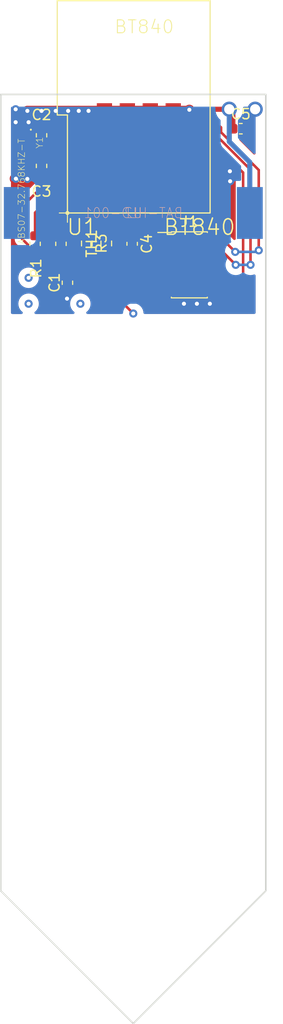
<source format=kicad_pcb>
(kicad_pcb (version 20221018) (generator pcbnew)
  (layers (0 "F.Cu" signal) (1 "In1.Cu" signal) (2 "In2.Cu" signal) (31 "B.Cu" signal) (34 "B.Paste" user) (35 "F.Paste" user) (36 "B.SilkS" user "B.Silkscreen") (37 "F.SilkS" user "F.Silkscreen") (38 "B.Mask" user) (39 "F.Mask" user) (44 "Edge.Cuts" user))
  (net 0 "")
  (net 6 "/NTC")
  (net 55 "GND")
  (net 56 "/SWDIO")
  (net 57 "/SWDCLK")
  (net 58 "/nRST")
  (net 59 "VDD")
  (net 60 "+BATT")
  (net 61 "/CAP_CHARGE")
  (net 62 "/SOIL_READ")
  (net 63 "/CAP_DISCHARGE")
  (net 64 "/XL1")
  (net 65 "/XL2")
  (footprint "Connector_PinHeader_1.27mm:PinHeader_2x05_P1.27mm_Vertical_SMD" (layer "F.Cu") (at 141.5 59.69)
    (fp_text reference "J1" (at 0 -4.235) (layer "F.SilkS"))
    (fp_text value "Conn_ARM_JTAG_SWD_10")
    (fp_line (start -3.09 -3.17) (end -1.765 -3.17) (stroke (width 0.12)) (layer "F.SilkS"))
    (fp_line (start -1.765 -3.235) (end -1.765 -3.17) (stroke (width 0.12)) (layer "F.SilkS"))
    (fp_line (start -1.765 -3.235) (end 1.765 -3.235) (stroke (width 0.12)) (layer "F.SilkS"))
    (fp_line (start -1.765 3.17) (end -1.765 3.235) (stroke (width 0.12)) (layer "F.SilkS"))
    (fp_line (start -1.765 3.235) (end 1.765 3.235) (stroke (width 0.12)) (layer "F.SilkS"))
    (fp_line (start 1.765 -3.235) (end 1.765 -3.17) (stroke (width 0.12)) (layer "F.SilkS"))
    (fp_line (start 1.765 3.17) (end 1.765 3.235) (stroke (width 0.12)) (layer "F.SilkS"))
    (pad "1" smd rect (at -1.95 -2.54) (size 2.4 0.74) (layers "F.Cu" "F.Paste" "F.Mask") (net 59 "VDD"))
    (pad "2" smd rect (at 1.95 -2.54) (size 2.4 0.74) (layers "F.Cu" "F.Paste" "F.Mask") (net 56 "/SWDIO"))
    (pad "3" smd rect (at -1.95 -1.27) (size 2.4 0.74) (layers "F.Cu" "F.Paste" "F.Mask") (net 55 "GND"))
    (pad "4" smd rect (at 1.95 -1.27) (size 2.4 0.74) (layers "F.Cu" "F.Paste" "F.Mask") (net 57 "/SWDCLK"))
    (pad "5" smd rect (at -1.95 0) (size 2.4 0.74) (layers "F.Cu" "F.Paste" "F.Mask") (net 55 "GND"))
    (pad "6" smd rect (at 1.95 0) (size 2.4 0.74) (layers "F.Cu" "F.Paste" "F.Mask"))
    (pad "7" smd rect (at -1.95 1.27) (size 2.4 0.74) (layers "F.Cu" "F.Paste" "F.Mask"))
    (pad "8" smd rect (at 1.95 1.27) (size 2.4 0.74) (layers "F.Cu" "F.Paste" "F.Mask"))
    (pad "9" smd rect (at -1.95 2.54) (size 2.4 0.74) (layers "F.Cu" "F.Paste" "F.Mask"))
    (pad "10" smd rect (at 1.95 2.54) (size 2.4 0.74) (layers "F.Cu" "F.Paste" "F.Mask") (net 58 "/nRST"))
  )
  (footprint "Fanstel_modules:BT840-BT840" (layer "F.Cu") (at 129.54 54.61)
    (fp_text reference "U1" (at 1.46 1.39) (layer "F.SilkS") (effects (font (size 1.524 1.524))))
    (fp_text value "BT840" (at 12.96 1.39) (layer "F.SilkS") (effects (font (size 1.524 1.524))))
    (fp_text user "BT840" (at 7.53364 -18.23466) (layer "F.SilkS") (effects (font (size 1.27 1.27) (thickness 0.1016))))
    (fp_line (start -0.99822 -20.79752) (end 13.99794 -20.79752) (stroke (width 0.127)) (layer "F.SilkS"))
    (fp_line (start -0.99822 -9.66978) (end -0.99822 -20.79752) (stroke (width 0.127)) (layer "F.SilkS"))
    (fp_line (start -0.79756 0) (end 0 0) (stroke (width 0.1)) (layer "F.SilkS"))
    (fp_line (start -0.00508 -0.00254) (end -0.00508 -0.5207) (stroke (width 0.1)) (layer "F.SilkS"))
    (fp_line (start 0 -9.59866) (end -0.99822 -9.59866) (stroke (width 0.127)) (layer "F.SilkS"))
    (fp_line (start 0 -0.254) (end 0 -0.14986) (stroke (width 0.1)) (layer "F.SilkS"))
    (fp_line (start 0 -0.14986) (end 0 0) (stroke (width 0.1)) (layer "F.SilkS"))
    (fp_line (start 0 0) (end 0 -9.59866) (stroke (width 0.127)) (layer "F.SilkS"))
    (fp_line (start 0 0) (end 0 0) (stroke (width 0.1)) (layer "F.SilkS"))
    (fp_line (start 0 0) (end 12.5984 0) (stroke (width 0.1)) (layer "F.SilkS"))
    (fp_line (start 0 0.14986) (end 0 0) (stroke (width 0.1)) (layer "F.SilkS"))
    (fp_line (start 0 0.91186) (end 0 0.14986) (stroke (width 0.1)) (layer "F.SilkS"))
    (fp_line (start 12.5984 0) (end 0 0) (stroke (width 0.1)) (layer "F.SilkS"))
    (fp_line (start 12.5984 0) (end 12.5984 0) (stroke (width 0.1)) (layer "F.SilkS"))
    (fp_line (start 13.9954 -15.99692) (end 13.9954 -9.72312) (stroke (width 0.1)) (layer "F.SilkS"))
    (fp_line (start 13.99794 -20.79752) (end 13.99794 -15.99946) (stroke (width 0.127)) (layer "F.SilkS"))
    (fp_line (start 13.99794 -15.99946) (end 13.99794 0) (stroke (width 0.127)) (layer "F.SilkS"))
    (fp_line (start 13.99794 0) (end 0 0) (stroke (width 0.127)) (layer "F.SilkS"))
    (fp_line (start 14.00048 -15.99946) (end 13.99794 -15.99946) (stroke (width 0.1)) (layer "F.SilkS"))
    (fp_line (start 14.00048 -0.58928) (end 14.00048 -0.00762) (stroke (width 0.1)) (layer "F.SilkS"))
    (fp_arc (start 0 -0.14986) (mid 0.14986 0) (end 0 0.14986) (stroke (width 0.1)) (layer "F.SilkS"))
    (fp_arc (start 0 0.14986) (mid -0.14986 0) (end 0 -0.14986) (stroke (width 0.1)) (layer "F.SilkS"))
    (pad "P$1" smd rect (at 0 -8.79856 180) (size 1.4986 0.6985) (layers "F.Cu" "F.Paste" "F.Mask"))
    (pad "P$2" smd rect (at 0 -7.69874) (size 1.4986 0.6985) (layers "F.Cu" "F.Paste" "F.Mask"))
    (pad "P$3" smd rect (at 0 -6.59892) (size 1.4986 0.6985) (layers "F.Cu" "F.Paste" "F.Mask") (net 64 "/XL1"))
    (pad "P$4" smd rect (at 0 -5.4991) (size 1.4986 0.6985) (layers "F.Cu" "F.Paste" "F.Mask") (net 65 "/XL2"))
    (pad "P$5" smd rect (at 0 -4.39928) (size 1.4986 0.6985) (layers "F.Cu" "F.Paste" "F.Mask") (net 62 "/SOIL_READ"))
    (pad "P$6" smd rect (at 0 -3.29946) (size 1.4986 0.6985) (layers "F.Cu" "F.Paste" "F.Mask") (net 6 "/NTC"))
    (pad "P$7" smd rect (at 0 -2.19964) (size 1.4986 0.6985) (layers "F.Cu" "F.Paste" "F.Mask") (net 61 "/CAP_CHARGE"))
    (pad "P$8" smd rect (at 0 -1.09982) (size 1.4986 0.6985) (layers "F.Cu" "F.Paste" "F.Mask") (net 63 "/CAP_DISCHARGE"))
    (pad "P$9" smd rect (at 13.99794 -1.09982) (size 1.4986 0.6985) (layers "F.Cu" "F.Paste" "F.Mask") (net 59 "VDD"))
    (pad "P$10" smd rect (at 13.99794 -2.19964) (size 1.4986 0.6985) (layers "F.Cu" "F.Paste" "F.Mask") (net 55 "GND"))
    (pad "P$11" smd rect (at 13.99794 -3.29946) (size 1.4986 0.6985) (layers "F.Cu" "F.Paste" "F.Mask"))
    (pad "P$12" smd rect (at 13.99794 -4.39928) (size 1.4986 0.6985) (layers "F.Cu" "F.Paste" "F.Mask"))
    (pad "P$13" smd rect (at 13.99794 -5.4991) (size 1.4986 0.6985) (layers "F.Cu" "F.Paste" "F.Mask"))
    (pad "P$14" smd rect (at 13.99794 -6.59892) (size 1.4986 0.6985) (layers "F.Cu" "F.Paste" "F.Mask") (net 58 "/nRST"))
    (pad "P$15" smd rect (at 13.99794 -7.69874) (size 1.4986 0.6985) (layers "F.Cu" "F.Paste" "F.Mask") (net 57 "/SWDCLK"))
    (pad "P$16" smd rect (at 13.99794 -8.79856) (size 1.4986 0.6985) (layers "F.Cu" "F.Paste" "F.Mask") (net 56 "/SWDIO"))
    (pad "P$A0" smd circle (at 4.7498 -7.99846 180) (size 0.59944 0.59944) (layers "F.Cu" "F.Paste" "F.Mask"))
    (pad "P$A1" smd circle (at 4.7498 -6.79958 180) (size 0.59944 0.59944) (layers "F.Cu" "F.Paste" "F.Mask"))
    (pad "P$A2" smd circle (at 4.7498 -5.59816 180) (size 0.59944 0.59944) (layers "F.Cu" "F.Paste" "F.Mask"))
    (pad "P$A3" smd circle (at 4.7498 -4.39928 180) (size 0.59944 0.59944) (layers "F.Cu" "F.Paste" "F.Mask"))
    (pad "P$A4" smd circle (at 4.7498 -3.19786 180) (size 0.59944 0.59944) (layers "F.Cu" "F.Paste" "F.Mask"))
    (pad "P$A5" smd circle (at 4.7498 -1.99898) (size 0.59944 0.59944) (layers "F.Cu" "F.Paste" "F.Mask"))
    (pad "P$A6" smd circle (at 4.7498 -0.79756) (size 0.59944 0.59944) (layers "F.Cu" "F.Paste" "F.Mask"))
    (pad "P$B0" smd circle (at 6.2484 -7.99846 180) (size 0.59944 0.59944) (layers "F.Cu" "F.Paste" "F.Mask"))
    (pad "P$B1" smd circle (at 6.2484 -6.79958 180) (size 0.59944 0.59944) (layers "F.Cu" "F.Paste" "F.Mask"))
    (pad "P$B2" smd circle (at 6.2484 -5.59816 180) (size 0.59944 0.59944) (layers "F.Cu" "F.Paste" "F.Mask"))
    (pad "P$B3" smd circle (at 6.2484 -4.39928 180) (size 0.59944 0.59944) (layers "F.Cu" "F.Paste" "F.Mask"))
    (pad "P$B4" smd circle (at 6.2484 -3.19786 180) (size 0.59944 0.59944) (layers "F.Cu" "F.Paste" "F.Mask"))
    (pad "P$B5" smd circle (at 6.2484 -1.99898 180) (size 0.59944 0.59944) (layers "F.Cu" "F.Paste" "F.Mask"))
    (pad "P$B6" smd circle (at 6.2484 -0.79756 180) (size 0.59944 0.59944) (layers "F.Cu" "F.Paste" "F.Mask"))
    (pad "P$C0" smd circle (at 7.74954 -7.99846 180) (size 0.59944 0.59944) (layers "F.Cu" "F.Paste" "F.Mask"))
    (pad "P$C1" smd circle (at 7.74954 -6.79958 180) (size 0.59944 0.59944) (layers "F.Cu" "F.Paste" "F.Mask"))
    (pad "P$C2" smd circle (at 7.74954 -5.59816 180) (size 0.59944 0.59944) (layers "F.Cu" "F.Paste" "F.Mask"))
    (pad "P$C3" smd circle (at 7.74954 -4.39928 180) (size 0.59944 0.59944) (layers "F.Cu" "F.Paste" "F.Mask"))
    (pad "P$C4" smd circle (at 7.74954 -3.19786 180) (size 0.59944 0.59944) (layers "F.Cu" "F.Paste" "F.Mask"))
    (pad "P$C5" smd circle (at 7.74954 -1.99898 180) (size 0.59944 0.59944) (layers "F.Cu" "F.Paste" "F.Mask"))
    (pad "P$C6" smd circle (at 7.74954 -0.79756 180) (size 0.59944 0.59944) (layers "F.Cu" "F.Paste" "F.Mask"))
    (pad "P$D0" smd circle (at 9.24814 -7.99846 180) (size 0.59944 0.59944) (layers "F.Cu" "F.Paste" "F.Mask"))
    (pad "P$D1" smd circle (at 9.24814 -6.79958 180) (size 0.59944 0.59944) (layers "F.Cu" "F.Paste" "F.Mask"))
    (pad "P$D2" smd circle (at 9.24814 -5.59816 180) (size 0.59944 0.59944) (layers "F.Cu" "F.Paste" "F.Mask"))
    (pad "P$D3" smd circle (at 9.24814 -4.39928 180) (size 0.59944 0.59944) (layers "F.Cu" "F.Paste" "F.Mask"))
    (pad "P$D4" smd circle (at 9.24814 -3.19786 180) (size 0.59944 0.59944) (layers "F.Cu" "F.Paste" "F.Mask"))
    (pad "P$D5" smd circle (at 9.24814 -1.99898 180) (size 0.59944 0.59944) (layers "F.Cu" "F.Paste" "F.Mask"))
    (pad "P$D6" smd circle (at 9.24814 -0.79756 180) (size 0.59944 0.59944) (layers "F.Cu" "F.Paste" "F.Mask"))
    (pad "P$E0" smd circle (at 10.74928 -7.99846 180) (size 0.59944 0.59944) (layers "F.Cu" "F.Paste" "F.Mask"))
    (pad "P$E1" smd circle (at 10.74928 -6.79958 180) (size 0.59944 0.59944) (layers "F.Cu" "F.Paste" "F.Mask"))
    (pad "P$E2" smd circle (at 10.74928 -5.59816 180) (size 0.59944 0.59944) (layers "F.Cu" "F.Paste" "F.Mask"))
    (pad "P$E3" smd circle (at 10.74928 -4.39928 180) (size 0.59944 0.59944) (layers "F.Cu" "F.Paste" "F.Mask"))
    (pad "P$E4" smd circle (at 10.74928 -3.19786 180) (size 0.59944 0.59944) (layers "F.Cu" "F.Paste" "F.Mask"))
    (pad "P$E5" smd circle (at 10.74928 -1.99898) (size 0.59944 0.59944) (layers "F.Cu" "F.Paste" "F.Mask"))
    (pad "P$E6" smd circle (at 10.74928 -0.79756) (size 0.59944 0.59944) (layers "F.Cu" "F.Paste" "F.Mask"))
    (pad "P$F0" smd rect (at 3.62966 -9.99998) (size 1.4986 1.4986) (layers "F.Cu" "F.Paste" "F.Mask") (net 55 "GND"))
    (pad "P$F1" smd rect (at 5.87756 -9.99998) (size 1.4986 1.4986) (layers "F.Cu" "F.Paste" "F.Mask") (net 55 "GND"))
    (pad "P$F2" smd rect (at 8.128 -9.99998) (size 1.4986 1.4986) (layers "F.Cu" "F.Paste" "F.Mask") (net 55 "GND"))
    (pad "P$F3" smd rect (at 10.37844 -9.99998) (size 1.4986 1.4986) (layers "F.Cu" "F.Paste" "F.Mask") (net 55 "GND"))
    (pad "P$F4" smd circle (at 12.24788 -3.19786 180) (size 0.59944 0.59944) (layers "F.Cu" "F.Paste" "F.Mask") (net 60 "+BATT"))
    (pad "P$F5" smd circle (at 12.24788 -1.99898) (size 0.59944 0.59944) (layers "F.Cu" "F.Paste" "F.Mask"))
    (pad "P$F6" smd circle (at 12.24788 -0.79756) (size 0.59944 0.59944) (layers "F.Cu" "F.Paste" "F.Mask"))
    (pad "P$Z0" smd circle (at 3.24866 -7.99846 180) (size 0.59944 0.59944) (layers "F.Cu" "F.Paste" "F.Mask"))
    (pad "P$Z1" smd circle (at 3.24866 -6.79958 180) (size 0.59944 0.59944) (layers "F.Cu" "F.Paste" "F.Mask"))
    (pad "P$Z2" smd circle (at 3.24866 -5.59816 180) (size 0.59944 0.59944) (layers "F.Cu" "F.Paste" "F.Mask"))
    (pad "P$Z3" smd circle (at 3.24866 -4.39928 180) (size 0.59944 0.59944) (layers "F.Cu" "F.Paste" "F.Mask"))
    (pad "P$Z4" smd circle (at 3.24866 -3.19786 180) (size 0.59944 0.59944) (layers "F.Cu" "F.Paste" "F.Mask"))
    (pad "P$Z5" smd circle (at 3.24866 -1.99898) (size 0.59944 0.59944) (layers "F.Cu" "F.Paste" "F.Mask"))
    (pad "P$Z6" smd circle (at 3.24866 -0.79756) (size 0.59944 0.59944) (layers "F.Cu" "F.Paste" "F.Mask"))
  )
  (footprint "Capacitor_SMD:C_0603_1608Metric" (layer "F.Cu") (at 127 47 90)
    (fp_text reference "C2" (at 2 0) (layer "F.SilkS"))
    (fp_text value "12pF")
    (fp_line (start -0.162779 -0.51) (end 0.162779 -0.51) (stroke (width 0.12)) (layer "F.SilkS"))
    (fp_line (start -0.162779 0.51) (end 0.162779 0.51) (stroke (width 0.12)) (layer "F.SilkS"))
    (pad "1" smd roundrect (at -0.7875 0 90) (size 0.875 0.95) (layers "F.Cu" "F.Paste" "F.Mask") (net 64 "/XL1"))
    (pad "2" smd roundrect (at 0.7875 0 90) (size 0.875 0.95) (layers "F.Cu" "F.Paste" "F.Mask") (net 55 "GND"))
  )
  (footprint "Capacitor_SMD:C_0603_1608Metric" (layer "F.Cu") (at 127 50 -90)
    (fp_text reference "C3" (at 2.5 0) (layer "F.SilkS"))
    (fp_text value "12pF")
    (fp_line (start -0.162779 -0.51) (end 0.162779 -0.51) (stroke (width 0.12)) (layer "F.SilkS"))
    (fp_line (start -0.162779 0.51) (end 0.162779 0.51) (stroke (width 0.12)) (layer "F.SilkS"))
    (pad "1" smd roundrect (at -0.7875 0 270) (size 0.875 0.95) (layers "F.Cu" "F.Paste" "F.Mask") (net 65 "/XL2"))
    (pad "2" smd roundrect (at 0.7875 0 270) (size 0.875 0.95) (layers "F.Cu" "F.Paste" "F.Mask") (net 55 "GND"))
  )
  (footprint "ABS07-32.768KHZ-T:XTAL320X150X90" (layer "F.Cu") (at 125 48.5 -90)
    (fp_text reference "Y1" (at -0.774902 -1.80757 270) (layer "F.SilkS") (effects (font (size 0.640417 0.640417) (thickness 0.05))))
    (fp_text value "ABS07-32.768KHZ-T" (at 4 -0.04 270) (layer "F.SilkS") (effects (font (size 0.640582 0.640582) (thickness 0.05))))
    (fp_circle (center -2.05 -0.95) (end -1.95 -0.95) (fill solid) (layer "F.SilkS"))
    (pad "1" smd rect (at -1.25 0 270) (size 1.1 1.9) (layers "F.Cu" "F.Paste" "F.Mask") (net 64 "/XL1"))
    (pad "2" smd rect (at 1.25 0 270) (size 1.1 1.9) (layers "F.Cu" "F.Paste" "F.Mask") (net 65 "/XL2"))
  )
  (footprint "Resistor_SMD:R_0603_1608Metric" (layer "F.Cu") (at 126.365 57.6325 -90)
    (fp_text reference "R1" (at 2.4 -0.1 270) (layer "F.SilkS"))
    (fp_text value "100k")
    (fp_line (start -0.162779 -0.51) (end 0.162779 -0.51) (stroke (width 0.12)) (layer "F.SilkS"))
    (fp_line (start -0.162779 0.51) (end 0.162779 0.51) (stroke (width 0.12)) (layer "F.SilkS"))
    (pad "1" smd roundrect (at -0.7875 0 270) (size 0.875 0.95) (layers "F.Cu" "F.Paste" "F.Mask") (net 61 "/CAP_CHARGE"))
    (pad "2" smd roundrect (at 0.7875 0 270) (size 0.875 0.95) (layers "F.Cu" "F.Paste" "F.Mask") (net 62 "/SOIL_READ"))
  )
  (footprint "Resistor_SMD:R_0603_1608Metric" (layer "F.Cu") (at 128.905 57.6325 90)
    (fp_text reference "R2" hide)
    (fp_text value "220")
    (fp_line (start -0.162779 -0.51) (end 0.162779 -0.51) (stroke (width 0.12)) (layer "F.SilkS"))
    (fp_line (start -0.162779 0.51) (end 0.162779 0.51) (stroke (width 0.12)) (layer "F.SilkS"))
    (pad "1" smd roundrect (at -0.7875 0 90) (size 0.875 0.95) (layers "F.Cu" "F.Paste" "F.Mask") (net 62 "/SOIL_READ"))
    (pad "2" smd roundrect (at 0.7875 0 90) (size 0.875 0.95) (layers "F.Cu" "F.Paste" "F.Mask") (net 63 "/CAP_DISCHARGE"))
  )
  (footprint "Capacitor_SMD:C_0603_1608Metric" (layer "F.Cu") (at 129.54 61.4425 -90)
    (fp_text reference "C1" (at 0 1.27 90) (layer "F.SilkS"))
    (fp_text value "C_Variable")
    (fp_line (start -0.162779 -0.51) (end 0.162779 -0.51) (stroke (width 0.12)) (layer "F.SilkS"))
    (fp_line (start -0.162779 0.51) (end 0.162779 0.51) (stroke (width 0.12)) (layer "F.SilkS"))
    (pad "1" smd roundrect (at -0.7875 0 270) (size 0.875 0.95) (layers "F.Cu" "F.Paste" "F.Mask") (net 62 "/SOIL_READ"))
    (pad "2" smd roundrect (at 0.7875 0 270) (size 0.875 0.95) (layers "F.Cu" "F.Paste" "F.Mask") (net 55 "GND"))
  )
  (footprint "Capacitor_SMD:C_0603_1608Metric" (layer "F.Cu") (at 146.545 46.355)
    (fp_text reference "C5" (at 0 -1.43) (layer "F.SilkS"))
    (fp_text value "4.7uf")
    (fp_line (start -0.14058 -0.51) (end 0.14058 -0.51) (stroke (width 0.12)) (layer "F.SilkS"))
    (fp_line (start -0.14058 0.51) (end 0.14058 0.51) (stroke (width 0.12)) (layer "F.SilkS"))
    (pad "1" smd roundrect (at -0.775 0) (size 0.9 0.95) (layers "F.Cu" "F.Paste" "F.Mask") (net 60 "+BATT"))
    (pad "2" smd roundrect (at 0.775 0) (size 0.9 0.95) (layers "F.Cu" "F.Paste" "F.Mask") (net 55 "GND"))
  )
  (footprint "Capacitor_SMD:C_0603_1608Metric" (layer "F.Cu") (at 135.89 57.629223 -90)
    (fp_text reference "C4" (at 0 -1.43 90) (layer "F.SilkS"))
    (fp_text value "4.7uf")
    (fp_line (start -0.14058 -0.51) (end 0.14058 -0.51) (stroke (width 0.12)) (layer "F.SilkS"))
    (fp_line (start -0.14058 0.51) (end 0.14058 0.51) (stroke (width 0.12)) (layer "F.SilkS"))
    (pad "1" smd roundrect (at -0.775 0 270) (size 0.9 0.95) (layers "F.Cu" "F.Paste" "F.Mask") (net 59 "VDD"))
    (pad "2" smd roundrect (at 0.775 0 270) (size 0.9 0.95) (layers "F.Cu" "F.Paste" "F.Mask") (net 55 "GND"))
  )
  (footprint "Resistor_SMD:R_0603_1608Metric" (layer "F.Cu") (at 131.445 57.595 -90)
    (fp_text reference "R3" (at 0 -1.43 90) (layer "F.SilkS"))
    (fp_text value "100k")
    (fp_line (start -0.237258 -0.5225) (end 0.237258 -0.5225) (stroke (width 0.12)) (layer "F.SilkS"))
    (fp_line (start -0.237258 0.5225) (end 0.237258 0.5225) (stroke (width 0.12)) (layer "F.SilkS"))
    (pad "1" smd roundrect (at -0.825 0 270) (size 0.8 0.95) (layers "F.Cu" "F.Paste" "F.Mask"))
    (pad "2" smd roundrect (at 0.825 0 270) (size 0.8 0.95) (layers "F.Cu" "F.Paste" "F.Mask") (net 6 "/NTC"))
  )
  (footprint "Resistor_SMD:R_0603_1608Metric" (layer "F.Cu") (at 133.35 57.595 90)
    (fp_text reference "TH1" (at 0 -1.43 90) (layer "F.SilkS"))
    (fp_text value "Thermistor_NTC")
    (fp_line (start -0.237258 -0.5225) (end 0.237258 -0.5225) (stroke (width 0.12)) (layer "F.SilkS"))
    (fp_line (start -0.237258 0.5225) (end 0.237258 0.5225) (stroke (width 0.12)) (layer "F.SilkS"))
    (pad "1" smd roundrect (at -0.825 0 90) (size 0.8 0.95) (layers "F.Cu" "F.Paste" "F.Mask") (net 6 "/NTC"))
    (pad "2" smd roundrect (at 0.825 0 90) (size 0.8 0.95) (layers "F.Cu" "F.Paste" "F.Mask") (net 55 "GND"))
  )
  (footprint "BAT-HLD-001:BAT-HLD-001" (layer "B.Cu") (at 136 54.61)
    (fp_text reference "U2" (at 0 0) (layer "B.SilkS") (effects (font (size 1 0.9) (thickness 0.05)) (justify mirror)))
    (fp_text value "BAT-HLD-001" (at 0 0) (layer "B.SilkS") (effects (font (size 1 0.9) (thickness 0.05)) (justify mirror)))
    (pad "+@1" smd rect (at -11.43 0) (size 2.54 5.08) (layers "B.Cu" "B.Paste" "B.Mask") (net 60 "+BATT"))
    (pad "+@2" smd rect (at 11.43 0) (size 2.54 5.08) (layers "B.Cu" "B.Paste" "B.Mask") (net 60 "+BATT"))
    (pad "-" smd circle (at 0 0) (size 17.78 17.78) (layers "B.Cu" "B.Paste" "B.Mask") (net 55 "GND"))
  )
  (gr_line (start 123 43) (end 149 43) (stroke (width 0.15)) (layer "Edge.Cuts"))
  (gr_line (start 123 121) (end 123 43) (stroke (width 0.15)) (layer "Edge.Cuts"))
  (gr_line (start 149 121) (end 136 134) (stroke (width 0.15)) (layer "Edge.Cuts"))
  (gr_line (start 136 134) (end 123 121) (stroke (width 0.15)) (layer "Edge.Cuts"))
  (gr_line (start 149 43) (end 149 121) (stroke (width 0.15)) (layer "Edge.Cuts"))
  (via (at 130.81 63.5) (size 0.8) (drill 0.4) (layers "F.Cu" "B.Cu") (net 0))
  (via (at 125.73 63.5) (size 0.8) (drill 0.4) (layers "F.Cu" "B.Cu") (net 0))
  (via (at 125.73 60.96) (size 0.8) (drill 0.4) (layers "F.Cu" "B.Cu") (net 0))
  (segment (start 130.643 57.618) (end 130.643 51.41024) (width 0.254) (layer "F.Cu") (net 6))
  (segment (start 133.35 58.42) (end 131.445 58.42) (width 0.254) (layer "F.Cu") (net 6))
  (segment (start 130.5433 51.31054) (end 129.54 51.31054) (width 0.254) (layer "F.Cu") (net 6))
  (segment (start 131.445 58.42) (end 130.643 57.618) (width 0.254) (layer "F.Cu") (net 6))
  (segment (start 130.643 51.41024) (end 130.5433 51.31054) (width 0.254) (layer "F.Cu") (net 6))
  (segment (start 143.53794 52.41036) (end 145.009081 52.41036) (width 1) (layer "F.Cu") (net 55))
  (segment (start 128.389981 44.610021) (end 128.389981 44.610022) (width 1) (layer "F.Cu") (net 55))
  (segment (start 127 50.7875) (end 126.534146 51.253354) (width 1) (layer "F.Cu") (net 55))
  (segment (start 137.16 63.5) (end 140.97 63.5) (width 0.5) (layer "F.Cu") (net 55))
  (segment (start 139.55 59.69) (end 137.16 59.69) (width 0.5) (layer "F.Cu") (net 55))
  (segment (start 128.38998 44.61002) (end 125.610022 44.61002) (width 1) (layer "F.Cu") (net 55))
  (segment (start 147.32 46.355) (end 147.32 45.085) (width 0.5) (layer "F.Cu") (net 55))
  (segment (start 135.89 58.42) (end 135.89 58.404223) (width 0.5) (layer "F.Cu") (net 55))
  (segment (start 129.610021 44.610021) (end 130.649977 44.610021) (width 1) (layer "F.Cu") (net 55))
  (segment (start 127 46.000003) (end 128.389981 44.610022) (width 1) (layer "F.Cu") (net 55))
  (segment (start 125.583258 51.253354) (end 124.484738 51.253354) (width 1) (layer "F.Cu") (net 55))
  (segment (start 125.610022 44.61002) (end 125.610021 44.610021) (width 1) (layer "F.Cu") (net 55))
  (segment (start 131.610021 44.610021) (end 130.649979 44.610021) (width 1) (layer "F.Cu") (net 55))
  (segment (start 140.97 63.5) (end 142.24 63.5) (width 0.5) (layer "F.Cu") (net 55))
  (segment (start 145.340888 52.078553) (end 145.5 51.919441) (width 1) (layer "F.Cu") (net 55))
  (segment (start 125.605228 51.275324) (end 125.583258 51.253354) (width 1) (layer "F.Cu") (net 55))
  (segment (start 125.627198 51.253354) (end 125.605228 51.275324) (width 1) (layer "F.Cu") (net 55))
  (segment (start 128.38998 44.61002) (end 128.389981 44.610021) (width 1) (layer "F.Cu") (net 55))
  (segment (start 137.16 59.69) (end 135.89 58.42) (width 0.5) (layer "F.Cu") (net 55))
  (segment (start 135.89 58.404223) (end 134.984223 58.404223) (width 0.5) (layer "F.Cu") (net 55))
  (segment (start 139.55 58.42) (end 139.55 59.69) (width 0.5) (layer "F.Cu") (net 55))
  (segment (start 128.38998 44.61002) (end 129.61002 44.61002) (width 1) (layer "F.Cu") (net 55))
  (segment (start 130.649979 44.610021) (end 130.649978 44.610022) (width 1) (layer "F.Cu") (net 55))
  (segment (start 129.61002 44.61002) (end 129.610021 44.610021) (width 1) (layer "F.Cu") (net 55))
  (segment (start 145.5 50.546594) (end 145.476703 50.523297) (width 1) (layer "F.Cu") (net 55))
  (segment (start 137.16 59.69) (end 137.16 63.5) (width 0.5) (layer "F.Cu") (net 55))
  (segment (start 141.38998 44.61002) (end 141.5 44.5) (width 1) (layer "F.Cu") (net 55))
  (segment (start 130.649977 44.610021) (end 130.649978 44.610022) (width 1) (layer "F.Cu") (net 55))
  (segment (start 134.984223 58.404223) (end 133.35 56.77) (width 0.5) (layer "F.Cu") (net 55))
  (segment (start 139.91844 44.61002) (end 141.38998 44.61002) (width 1) (layer "F.Cu") (net 55))
  (segment (start 147.32 45.085) (end 147.955 44.45) (width 0.5) (layer "F.Cu") (net 55))
  (segment (start 145.5 51.919441) (end 145.5 51.5) (width 1) (layer "F.Cu") (net 55))
  (segment (start 142.24 63.5) (end 143.51 63.5) (width 0.5) (layer "F.Cu") (net 55))
  (segment (start 126.534146 51.253354) (end 125.627198 51.253354) (width 1) (layer "F.Cu") (net 55))
  (segment (start 139.91844 44.61002) (end 131.610021 44.610021) (width 1) (layer "F.Cu") (net 55))
  (segment (start 124.484738 51.253354) (end 124.374886 51.253354) (width 1) (layer "F.Cu") (net 55))
  (segment (start 145.5 51.5) (end 145.5 50.546594) (width 1) (layer "F.Cu") (net 55))
  (segment (start 127 46.2125) (end 127 46.000003) (width 1) (layer "F.Cu") (net 55))
  (segment (start 145.009081 52.41036) (end 145.340888 52.078553) (width 1) (layer "F.Cu") (net 55))
  (via (at 125.73 45.72) (size 0.8) (drill 0.4) (layers "F.Cu" "B.Cu") (net 55))
  (via (at 129.610021 44.610021) (size 0.8) (drill 0.4) (layers "F.Cu" "B.Cu") (net 55))
  (via (at 143.51 63.5) (size 0.8) (drill 0.4) (layers "F.Cu" "B.Cu") (net 55))
  (via (at 145.476703 50.523297) (size 0.8) (drill 0.4) (layers "F.Cu" "B.Cu") (net 55))
  (via (at 140.97 63.5) (size 0.8) (drill 0.4) (layers "F.Cu" "B.Cu") (net 55))
  (via (at 141.5 44.5) (size 0.8) (drill 0.4) (layers "F.Cu" "B.Cu") (net 55))
  (via (at 124.46 45.72) (size 0.8) (drill 0.4) (layers "F.Cu" "B.Cu") (net 55))
  (via (at 125.610021 44.610021) (size 0.8) (drill 0.4) (layers "F.Cu" "B.Cu") (net 55))
  (via (at 147.955 44.45) (size 1.5) (drill 1) (layers "F.Cu" "B.Cu") (net 55))
  (via (at 130.649978 44.610022) (size 0.8) (drill 0.4) (layers "F.Cu" "B.Cu") (net 55))
  (via (at 145.5 51.5) (size 0.8) (drill 0.4) (layers "F.Cu" "B.Cu") (net 55))
  (via (at 124.484738 51.253354) (size 0.8) (drill 0.4) (layers "F.Cu" "B.Cu") (net 55))
  (via (at 129.5 63) (size 0.8) (drill 0.4) (layers "F.Cu" "B.Cu") (net 55))
  (via (at 124.46 44.45) (size 0.8) (drill 0.4) (layers "F.Cu" "B.Cu") (net 55))
  (via (at 131.610021 44.610021) (size 0.8) (drill 0.4) (layers "F.Cu" "B.Cu") (net 55))
  (via (at 125.605228 51.275324) (size 0.8) (drill 0.4) (layers "F.Cu" "B.Cu") (net 55))
  (via (at 127.000002 44.610021) (size 0.8) (drill 0.4) (layers "F.Cu" "B.Cu") (net 55))
  (via (at 142.24 63.5) (size 0.8) (drill 0.4) (layers "F.Cu" "B.Cu") (net 55))
  (via (at 128.389981 44.610022) (size 0.8) (drill 0.4) (layers "F.Cu" "B.Cu") (net 55))
  (segment (start 144.73 57.15) (end 146 58.42) (width 0.254) (layer "F.Cu") (net 56))
  (segment (start 143.45 57.15) (end 144.73 57.15) (width 0.254) (layer "F.Cu") (net 56))
  (segment (start 144.61224 46.707412) (end 148.307585 50.402757) (width 0.25) (layer "F.Cu") (net 56))
  (segment (start 143.53794 45.81144) (end 144.18667 45.81144) (width 0.25) (layer "F.Cu") (net 56))
  (segment (start 148.307585 50.402757) (end 148.307585 58.270968) (width 0.25) (layer "F.Cu") (net 56))
  (segment (start 144.61224 46.23701) (end 144.61224 46.707412) (width 0.25) (layer "F.Cu") (net 56))
  (segment (start 144.18667 45.81144) (end 144.61224 46.23701) (width 0.25) (layer "F.Cu") (net 56))
  (via (at 148.307585 58.270968) (size 0.8) (drill 0.4) (layers "F.Cu" "B.Cu") (net 56))
  (via (at 146 58.42) (size 0.8) (drill 0.4) (layers "F.Cu" "B.Cu") (net 56))
  (segment (start 148.158553 58.42) (end 148.307585 58.270968) (width 0.25) (layer "B.Cu") (net 56))
  (segment (start 146 58.42) (end 148.158553 58.42) (width 0.25) (layer "B.Cu") (net 56))
  (segment (start 143.53794 46.91126) (end 144.039494 46.91126) (width 0.25) (layer "F.Cu") (net 57))
  (segment (start 147.500001 50.371767) (end 147.500001 59.69) (width 0.25) (layer "F.Cu") (net 57))
  (segment (start 144.039494 46.91126) (end 147.500001 50.371767) (width 0.25) (layer "F.Cu") (net 57))
  (segment (start 143.45 58.42) (end 144.78 58.42) (width 0.254) (layer "F.Cu") (net 57))
  (segment (start 147.32 59.69) (end 147.500001 59.69) (width 0.25) (layer "F.Cu") (net 57))
  (segment (start 144.78 58.42) (end 146.05 59.69) (width 0.254) (layer "F.Cu") (net 57))
  (via (at 146.05 59.69) (size 0.8) (drill 0.4) (layers "F.Cu" "B.Cu") (net 57))
  (via (at 147.500001 59.69) (size 0.8) (drill 0.4) (layers "F.Cu" "B.Cu") (net 57))
  (segment (start 147.500001 59.69) (end 146.05 59.69) (width 0.25) (layer "B.Cu") (net 57))
  (segment (start 146.05 62.23) (end 143.45 62.23) (width 0.25) (layer "F.Cu") (net 58))
  (segment (start 146.775001 50.655574) (end 146.775001 61.504999) (width 0.25) (layer "F.Cu") (net 58))
  (segment (start 146.775001 61.504999) (end 146.05 62.23) (width 0.25) (layer "F.Cu") (net 58))
  (segment (start 144.130507 48.01108) (end 146.775001 50.655574) (width 0.25) (layer "F.Cu") (net 58))
  (segment (start 143.53794 48.01108) (end 144.130507 48.01108) (width 0.25) (layer "F.Cu") (net 58))
  (segment (start 136.185777 57.15) (end 139.55 57.15) (width 0.5) (layer "F.Cu") (net 59))
  (segment (start 140.86387 57.15) (end 139.55 57.15) (width 0.5) (layer "F.Cu") (net 59))
  (segment (start 143.53794 53.51018) (end 143.53794 54.47593) (width 0.5) (layer "F.Cu") (net 59))
  (segment (start 135.89 56.854223) (end 136.185777 57.15) (width 0.5) (layer "F.Cu") (net 59))
  (segment (start 143.53794 54.47593) (end 140.86387 57.15) (width 0.5) (layer "F.Cu") (net 59))
  (segment (start 143.001609 44.45) (end 145.415 44.45) (width 0.5) (layer "F.Cu") (net 60))
  (segment (start 145.77 44.805) (end 145.415 44.45) (width 0.5) (layer "F.Cu") (net 60))
  (segment (start 141.78788 51.41214) (end 141.78788 45.663729) (width 0.5) (layer "F.Cu") (net 60))
  (segment (start 141.78788 45.663729) (end 143.001609 44.45) (width 0.5) (layer "F.Cu") (net 60))
  (segment (start 145.77 46.355) (end 145.77 44.805) (width 0.5) (layer "F.Cu") (net 60))
  (via (at 145.415 44.45) (size 1.5) (drill 1) (layers "F.Cu" "B.Cu") (net 60))
  (segment (start 147.43 54.61) (end 147.43 49.64) (width 0.5) (layer "B.Cu") (net 60))
  (segment (start 147.43 49.64) (end 145.415 47.625) (width 0.5) (layer "B.Cu") (net 60))
  (segment (start 145.415 47.625) (end 145.415 44.45) (width 0.5) (layer "B.Cu") (net 60))
  (segment (start 126.365 54.58206) (end 126.365 56.845) (width 0.254) (layer "F.Cu") (net 61))
  (segment (start 128.5367 52.41036) (end 126.365 54.58206) (width 0.254) (layer "F.Cu") (net 61))
  (segment (start 129.54 52.41036) (end 128.5367 52.41036) (width 0.254) (layer "F.Cu") (net 61))
  (segment (start 132.608949 61.066051) (end 136 64.457101) (width 0.254) (layer "F.Cu") (net 62))
  (segment (start 128.905 60.02) (end 129.54 60.655) (width 0.254) (layer "F.Cu") (net 62))
  (segment (start 129.54 60.655) (end 132.197898 60.655) (width 0.254) (layer "F.Cu") (net 62))
  (segment (start 128.88727 50.21072) (end 125.095 54.00299) (width 0.254) (layer "F.Cu") (net 62))
  (segment (start 132.197898 60.655) (end 132.608949 61.066051) (width 0.254) (layer "F.Cu") (net 62))
  (segment (start 129.54 50.21072) (end 128.88727 50.21072) (width 0.254) (layer "F.Cu") (net 62))
  (segment (start 125.095 54.00299) (end 125.095 57.15) (width 0.254) (layer "F.Cu") (net 62))
  (segment (start 125.095 57.15) (end 126.365 58.42) (width 0.254) (layer "F.Cu") (net 62))
  (segment (start 126.365 58.42) (end 128.905 58.42) (width 0.254) (layer "F.Cu") (net 62))
  (segment (start 128.905 58.42) (end 128.905 60.02) (width 0.254) (layer "F.Cu") (net 62))
  (via (at 136 64.457101) (size 0.8) (drill 0.4) (layers "F.Cu" "B.Cu") (net 62))
  (segment (start 129.54 53.51018) (end 129.159845 53.51018) (width 0.254) (layer "F.Cu") (net 63))
  (segment (start 129.159845 53.51018) (end 128.27 54.400025) (width 0.254) (layer "F.Cu") (net 63))
  (segment (start 128.27 56.21) (end 128.905 56.845) (width 0.254) (layer "F.Cu") (net 63))
  (segment (start 128.27 54.400025) (end 128.27 56.21) (width 0.254) (layer "F.Cu") (net 63))
  (segment (start 126.4625 47.25) (end 124.46 47.25) (width 0.25) (layer "F.Cu") (net 64))
  (segment (start 127.22358 48.01108) (end 127 47.7875) (width 0.25) (layer "F.Cu") (net 64))
  (segment (start 129.54 48.01108) (end 127.22358 48.01108) (width 0.25) (layer "F.Cu") (net 64))
  (segment (start 127 47.7875) (end 126.4625 47.25) (width 0.25) (layer "F.Cu") (net 64))
  (segment (start 126.4625 49.75) (end 124.46 49.75) (width 0.25) (layer "F.Cu") (net 65))
  (segment (start 127.1016 49.1109) (end 127 49.2125) (width 0.25) (layer "F.Cu") (net 65))
  (segment (start 129.54 49.1109) (end 127.1016 49.1109) (width 0.25) (layer "F.Cu") (net 65))
  (segment (start 127 49.2125) (end 126.4625 49.75) (width 0.25) (layer "F.Cu") (net 65))
  (zone (net 0) (net_name "") (layer "F.Cu") (connect_pads yes (clearance 0)) (min_thickness 0.254)
    (keepout (tracks allowed) (vias allowed) (pads allowed) (copperpour not_allowed) (footprints allowed))
    (fill (thermal_gap 0.508) (thermal_bridge_width 0.508))
    (polygon (pts (xy 129.54 45.085) (xy 143.51 45.085) (xy 143.51 53.975) (xy 142.875 54.61) (xy 129.54 54.61)))
  )
  (zone (net 55) (net_name "GND") (layers "F.Cu" "In1.Cu" "In2.Cu" "B.Cu") (connect_pads yes (clearance 0.6)) (min_thickness 0.254) (fill yes (thermal_gap 0.508) (thermal_bridge_width 0.508))
    (polygon (pts (xy 124 44.197732) (xy 148 44.197732) (xy 148 64.50082) (xy 124 64.510649)))
  )
)
</source>
